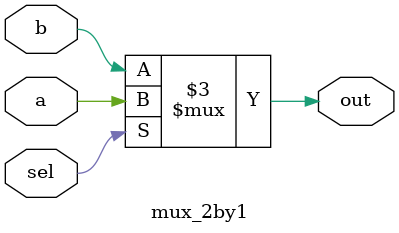
<source format=v>
module mux_2by1 (
    input a, input b, input sel, output out
);

wire out;

// 아래 코드는 algorithmic description 라고 한다.
// sensitive 와 살짝 다르다. 코드와 닮게 조금 sequiential 하다.
// 그래서 always 구문을 써서 sensitive하게 만들어준다.
always @ (sel or a or b)
    if (sel)
        out <= a;
    else
        out <= b;


endmodule
</source>
